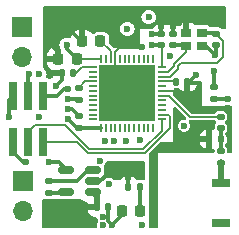
<source format=gbr>
%TF.GenerationSoftware,KiCad,Pcbnew,7.0.9*%
%TF.CreationDate,2024-03-10T22:23:52-07:00*%
%TF.ProjectId,P2.0,50322e30-2e6b-4696-9361-645f70636258,rev?*%
%TF.SameCoordinates,Original*%
%TF.FileFunction,Copper,L1,Top*%
%TF.FilePolarity,Positive*%
%FSLAX46Y46*%
G04 Gerber Fmt 4.6, Leading zero omitted, Abs format (unit mm)*
G04 Created by KiCad (PCBNEW 7.0.9) date 2024-03-10 22:23:52*
%MOMM*%
%LPD*%
G01*
G04 APERTURE LIST*
G04 Aperture macros list*
%AMRoundRect*
0 Rectangle with rounded corners*
0 $1 Rounding radius*
0 $2 $3 $4 $5 $6 $7 $8 $9 X,Y pos of 4 corners*
0 Add a 4 corners polygon primitive as box body*
4,1,4,$2,$3,$4,$5,$6,$7,$8,$9,$2,$3,0*
0 Add four circle primitives for the rounded corners*
1,1,$1+$1,$2,$3*
1,1,$1+$1,$4,$5*
1,1,$1+$1,$6,$7*
1,1,$1+$1,$8,$9*
0 Add four rect primitives between the rounded corners*
20,1,$1+$1,$2,$3,$4,$5,0*
20,1,$1+$1,$4,$5,$6,$7,0*
20,1,$1+$1,$6,$7,$8,$9,0*
20,1,$1+$1,$8,$9,$2,$3,0*%
G04 Aperture macros list end*
%TA.AperFunction,SMDPad,CuDef*%
%ADD10R,0.760000X2.400000*%
%TD*%
%TA.AperFunction,SMDPad,CuDef*%
%ADD11R,1.600000X0.800000*%
%TD*%
%TA.AperFunction,SMDPad,CuDef*%
%ADD12RoundRect,0.140000X0.140000X0.170000X-0.140000X0.170000X-0.140000X-0.170000X0.140000X-0.170000X0*%
%TD*%
%TA.AperFunction,SMDPad,CuDef*%
%ADD13RoundRect,0.135000X-0.135000X-0.185000X0.135000X-0.185000X0.135000X0.185000X-0.135000X0.185000X0*%
%TD*%
%TA.AperFunction,SMDPad,CuDef*%
%ADD14RoundRect,0.147500X-0.172500X0.147500X-0.172500X-0.147500X0.172500X-0.147500X0.172500X0.147500X0*%
%TD*%
%TA.AperFunction,SMDPad,CuDef*%
%ADD15RoundRect,0.150000X0.512500X0.150000X-0.512500X0.150000X-0.512500X-0.150000X0.512500X-0.150000X0*%
%TD*%
%TA.AperFunction,SMDPad,CuDef*%
%ADD16RoundRect,0.140000X0.170000X-0.140000X0.170000X0.140000X-0.170000X0.140000X-0.170000X-0.140000X0*%
%TD*%
%TA.AperFunction,ComponentPad*%
%ADD17O,1.700000X1.700000*%
%TD*%
%TA.AperFunction,ComponentPad*%
%ADD18R,1.700000X1.700000*%
%TD*%
%TA.AperFunction,SMDPad,CuDef*%
%ADD19R,0.850000X0.750000*%
%TD*%
%TA.AperFunction,SMDPad,CuDef*%
%ADD20RoundRect,0.140000X-0.170000X0.140000X-0.170000X-0.140000X0.170000X-0.140000X0.170000X0.140000X0*%
%TD*%
%TA.AperFunction,SMDPad,CuDef*%
%ADD21RoundRect,0.147500X-0.147500X-0.172500X0.147500X-0.172500X0.147500X0.172500X-0.147500X0.172500X0*%
%TD*%
%TA.AperFunction,SMDPad,CuDef*%
%ADD22RoundRect,0.225000X0.225000X0.250000X-0.225000X0.250000X-0.225000X-0.250000X0.225000X-0.250000X0*%
%TD*%
%TA.AperFunction,SMDPad,CuDef*%
%ADD23RoundRect,0.218750X-0.218750X-0.256250X0.218750X-0.256250X0.218750X0.256250X-0.218750X0.256250X0*%
%TD*%
%TA.AperFunction,SMDPad,CuDef*%
%ADD24R,0.762000X0.203200*%
%TD*%
%TA.AperFunction,SMDPad,CuDef*%
%ADD25R,0.203200X0.762000*%
%TD*%
%TA.AperFunction,SMDPad,CuDef*%
%ADD26R,4.699000X4.699000*%
%TD*%
%TA.AperFunction,SMDPad,CuDef*%
%ADD27RoundRect,0.135000X0.185000X-0.135000X0.185000X0.135000X-0.185000X0.135000X-0.185000X-0.135000X0*%
%TD*%
%TA.AperFunction,SMDPad,CuDef*%
%ADD28RoundRect,0.135000X-0.185000X0.135000X-0.185000X-0.135000X0.185000X-0.135000X0.185000X0.135000X0*%
%TD*%
%TA.AperFunction,ViaPad*%
%ADD29C,0.600000*%
%TD*%
%TA.AperFunction,ViaPad*%
%ADD30C,0.800000*%
%TD*%
%TA.AperFunction,Conductor*%
%ADD31C,0.300000*%
%TD*%
%TA.AperFunction,Conductor*%
%ADD32C,0.150000*%
%TD*%
%TA.AperFunction,Conductor*%
%ADD33C,0.500000*%
%TD*%
G04 APERTURE END LIST*
D10*
%TO.P,J2,4,Pin_4*%
%TO.N,SWDIO*%
X78250000Y-61500000D03*
%TO.P,J2,3,Pin_3*%
%TO.N,STAGE_3_OUT*%
X78250000Y-57600000D03*
%TO.P,J2,5,Pin_5*%
%TO.N,SWDCLK*%
X76980000Y-61500000D03*
%TO.P,J2,2,Pin_2*%
%TO.N,+3V3*%
X76980000Y-57600000D03*
%TO.P,J2,6,Pin_6*%
%TO.N,GND*%
X75710000Y-61500000D03*
%TO.P,J2,1,Pin_1*%
%TO.N,-3V3*%
X75710000Y-57600000D03*
%TD*%
D11*
%TO.P,AE1,2,PCB_Trace*%
%TO.N,unconnected-(AE1-PCB_Trace-Pad2)*%
X93300000Y-68362500D03*
%TO.P,AE1,1,FEED*%
%TO.N,Net-(AE1-FEED)*%
X93300000Y-64962500D03*
%TD*%
D12*
%TO.P,C11,1*%
%TO.N,GND*%
X83780000Y-67000000D03*
%TO.P,C11,2*%
%TO.N,-3V3*%
X82820000Y-67000000D03*
%TD*%
D13*
%TO.P,R18,1*%
%TO.N,+3V3*%
X85490000Y-65250000D03*
%TO.P,R18,2*%
%TO.N,Net-(D1-A)*%
X86510000Y-65250000D03*
%TD*%
D12*
%TO.P,C17,2*%
%TO.N,Net-(U5-DEC3)*%
X89520000Y-56400000D03*
%TO.P,C17,1*%
%TO.N,GND*%
X90480000Y-56400000D03*
%TD*%
D14*
%TO.P,L2,1,1*%
%TO.N,Net-(C15-Pad1)*%
X93300000Y-62262500D03*
%TO.P,L2,2,2*%
%TO.N,Net-(AE1-FEED)*%
X93300000Y-63232500D03*
%TD*%
D15*
%TO.P,U4,1,OUT*%
%TO.N,-3V3*%
X82500000Y-65750000D03*
%TO.P,U4,2,IN*%
%TO.N,+3V3*%
X82500000Y-64800000D03*
%TO.P,U4,3,CFLY-*%
%TO.N,Net-(U4-CFLY-)*%
X82500000Y-63850000D03*
%TO.P,U4,4,GND*%
%TO.N,GND*%
X80225000Y-63850000D03*
%TO.P,U4,5,CFLY+*%
%TO.N,Net-(U4-CFLY+)*%
X80225000Y-65750000D03*
%TD*%
D16*
%TO.P,C14,2*%
%TO.N,GND*%
X81300000Y-59300000D03*
%TO.P,C14,1*%
%TO.N,+3V3*%
X81300000Y-60260000D03*
%TD*%
D17*
%TO.P,J1,2,Pin_2*%
%TO.N,/EEG+*%
X76500000Y-54290000D03*
D18*
%TO.P,J1,1,Pin_1*%
%TO.N,/EEG-*%
X76500000Y-51750000D03*
%TD*%
D19*
%TO.P,Y1,4,4*%
%TO.N,GND*%
X90378999Y-52279001D03*
%TO.P,Y1,3,3*%
%TO.N,Net-(U5-XC1)*%
X91728999Y-52279001D03*
%TO.P,Y1,2,2*%
%TO.N,GND*%
X91728999Y-53329001D03*
%TO.P,Y1,1,1*%
%TO.N,Net-(U5-XC2)*%
X90378999Y-53329001D03*
%TD*%
D20*
%TO.P,C13,1*%
%TO.N,GND*%
X88278999Y-52319001D03*
%TO.P,C13,2*%
%TO.N,+3V3*%
X88278999Y-53279001D03*
%TD*%
D12*
%TO.P,C12,1*%
%TO.N,Net-(U5-DEC1)*%
X80805000Y-55650000D03*
%TO.P,C12,2*%
%TO.N,GND*%
X79845000Y-55650000D03*
%TD*%
D21*
%TO.P,L3,1,1*%
%TO.N,GND*%
X92330000Y-61250000D03*
%TO.P,L3,2,2*%
%TO.N,Net-(C15-Pad1)*%
X93300000Y-61250000D03*
%TD*%
D16*
%TO.P,C18,1*%
%TO.N,GND*%
X92878999Y-53279001D03*
%TO.P,C18,2*%
%TO.N,Net-(U5-XC1)*%
X92878999Y-52319001D03*
%TD*%
D22*
%TO.P,C19,1*%
%TO.N,Net-(U5-DEC4)*%
X83125000Y-52950000D03*
%TO.P,C19,2*%
%TO.N,GND*%
X81575000Y-52950000D03*
%TD*%
D20*
%TO.P,C16,1*%
%TO.N,GND*%
X89228999Y-52319001D03*
%TO.P,C16,2*%
%TO.N,Net-(U5-XC2)*%
X89228999Y-53279001D03*
%TD*%
D22*
%TO.P,C20,1*%
%TO.N,+3V3*%
X81100000Y-54450000D03*
%TO.P,C20,2*%
%TO.N,GND*%
X79550000Y-54450000D03*
%TD*%
D16*
%TO.P,C15,1*%
%TO.N,Net-(C15-Pad1)*%
X93300000Y-60300000D03*
%TO.P,C15,2*%
%TO.N,Net-(U5-ANT)*%
X93300000Y-59340000D03*
%TD*%
D23*
%TO.P,D1,1,K*%
%TO.N,GND*%
X84925000Y-67300000D03*
%TO.P,D1,2,A*%
%TO.N,Net-(D1-A)*%
X86500000Y-67300000D03*
%TD*%
D18*
%TO.P,BT1,1,+*%
%TO.N,Net-(BT1-+)*%
X76525000Y-64800000D03*
D17*
%TO.P,BT1,2,-*%
%TO.N,GND*%
X76525000Y-67340000D03*
%TD*%
D16*
%TO.P,C10,1*%
%TO.N,Net-(U4-CFLY+)*%
X78800000Y-65760000D03*
%TO.P,C10,2*%
%TO.N,Net-(U4-CFLY-)*%
X78800000Y-64800000D03*
%TD*%
D24*
%TO.P,U5,1,DEC1*%
%TO.N,Net-(U5-DEC1)*%
X82458000Y-55150000D03*
%TO.P,U5,2,P0.00/XL1*%
%TO.N,unconnected-(U5-P0.00{slash}XL1-Pad2)*%
X82458000Y-55550002D03*
%TO.P,U5,3,P0.01/XL2*%
%TO.N,unconnected-(U5-P0.01{slash}XL2-Pad3)*%
X82458000Y-55950001D03*
%TO.P,U5,4,P0.02/AIN0*%
%TO.N,Net-(U5-P0.02{slash}AIN0)*%
X82458000Y-56350000D03*
%TO.P,U5,5,P0.03/AIN1*%
%TO.N,unconnected-(U5-P0.03{slash}AIN1-Pad5)*%
X82458000Y-56750002D03*
%TO.P,U5,6,P0.04/AIN2*%
%TO.N,unconnected-(U5-P0.04{slash}AIN2-Pad6)*%
X82458000Y-57150001D03*
%TO.P,U5,7,P0.05/AIN3*%
%TO.N,unconnected-(U5-P0.05{slash}AIN3-Pad7)*%
X82458000Y-57550001D03*
%TO.P,U5,8,P0.06*%
%TO.N,unconnected-(U5-P0.06-Pad8)*%
X82458000Y-57950000D03*
%TO.P,U5,9,P0.07*%
%TO.N,unconnected-(U5-P0.07-Pad9)*%
X82458000Y-58350002D03*
%TO.P,U5,10,P0.08*%
%TO.N,unconnected-(U5-P0.08-Pad10)*%
X82458000Y-58750001D03*
%TO.P,U5,11,NFC1/P0.09*%
%TO.N,unconnected-(U5-NFC1{slash}P0.09-Pad11)*%
X82458000Y-59150000D03*
%TO.P,U5,12,NFC2/P0.10*%
%TO.N,unconnected-(U5-NFC2{slash}P0.10-Pad12)*%
X82458000Y-59550002D03*
D25*
%TO.P,U5,13,VDD*%
%TO.N,+3V3*%
X83178999Y-60271001D03*
%TO.P,U5,14,P0.11*%
%TO.N,unconnected-(U5-P0.11-Pad14)*%
X83579001Y-60271001D03*
%TO.P,U5,15,P0.12*%
%TO.N,unconnected-(U5-P0.12-Pad15)*%
X83979000Y-60271001D03*
%TO.P,U5,16,P0.13*%
%TO.N,unconnected-(U5-P0.13-Pad16)*%
X84378999Y-60271001D03*
%TO.P,U5,17,P0.14/TRACEDATA[3]*%
%TO.N,unconnected-(U5-P0.14{slash}TRACEDATA[3]-Pad17)*%
X84779001Y-60271001D03*
%TO.P,U5,18,P0.15/TRACEDATA[2]*%
%TO.N,unconnected-(U5-P0.15{slash}TRACEDATA[2]-Pad18)*%
X85179000Y-60271001D03*
%TO.P,U5,19,P0.16/TRACEDATA[1]*%
%TO.N,unconnected-(U5-P0.16{slash}TRACEDATA[1]-Pad19)*%
X85579000Y-60271001D03*
%TO.P,U5,20,P0.17*%
%TO.N,unconnected-(U5-P0.17-Pad20)*%
X85978999Y-60271001D03*
%TO.P,U5,21,P0.18/TRACEDATA[0]/SWO*%
%TO.N,unconnected-(U5-P0.18{slash}TRACEDATA[0]{slash}SWO-Pad21)*%
X86379001Y-60271001D03*
%TO.P,U5,22,P0.19*%
%TO.N,unconnected-(U5-P0.19-Pad22)*%
X86779000Y-60271001D03*
%TO.P,U5,23,P0.20/TRACECLK*%
%TO.N,unconnected-(U5-P0.20{slash}TRACECLK-Pad23)*%
X87178999Y-60271001D03*
%TO.P,U5,24,P0.21/Nreset*%
%TO.N,unconnected-(U5-P0.21{slash}Nreset-Pad24)*%
X87579001Y-60271001D03*
D24*
%TO.P,U5,25,SWDCLK*%
%TO.N,SWDCLK*%
X88300000Y-59550002D03*
%TO.P,U5,26,SWDIO*%
%TO.N,SWDIO*%
X88300000Y-59150000D03*
%TO.P,U5,27,P0.22*%
%TO.N,unconnected-(U5-P0.22-Pad27)*%
X88300000Y-58750001D03*
%TO.P,U5,28,P0.23*%
%TO.N,unconnected-(U5-P0.23-Pad28)*%
X88300000Y-58350002D03*
%TO.P,U5,29,P0.24*%
%TO.N,unconnected-(U5-P0.24-Pad29)*%
X88300000Y-57950000D03*
%TO.P,U5,30,ANT*%
%TO.N,Net-(U5-ANT)*%
X88300000Y-57550001D03*
%TO.P,U5,31,VSS*%
%TO.N,GND*%
X88300000Y-57150001D03*
%TO.P,U5,32,DEC2*%
%TO.N,unconnected-(U5-DEC2-Pad32)*%
X88300000Y-56750002D03*
%TO.P,U5,33,DEC3*%
%TO.N,Net-(U5-DEC3)*%
X88300000Y-56350000D03*
%TO.P,U5,34,XC1*%
%TO.N,Net-(U5-XC1)*%
X88300000Y-55950001D03*
%TO.P,U5,35,XC2*%
%TO.N,Net-(U5-XC2)*%
X88300000Y-55550002D03*
%TO.P,U5,36,VDD*%
%TO.N,+3V3*%
X88300000Y-55150000D03*
D25*
%TO.P,U5,37,P0.25*%
%TO.N,unconnected-(U5-P0.25-Pad37)*%
X87579001Y-54429001D03*
%TO.P,U5,38,P0.26*%
%TO.N,unconnected-(U5-P0.26-Pad38)*%
X87178999Y-54429001D03*
%TO.P,U5,39,P0.27*%
%TO.N,unconnected-(U5-P0.27-Pad39)*%
X86779000Y-54429001D03*
%TO.P,U5,40,P0.28/AIN4*%
%TO.N,unconnected-(U5-P0.28{slash}AIN4-Pad40)*%
X86379001Y-54429001D03*
%TO.P,U5,41,P0.29/AIN5*%
%TO.N,unconnected-(U5-P0.29{slash}AIN5-Pad41)*%
X85978999Y-54429001D03*
%TO.P,U5,42,P0.30/AIN6*%
%TO.N,unconnected-(U5-P0.30{slash}AIN6-Pad42)*%
X85579000Y-54429001D03*
%TO.P,U5,43,P0.31/AIN7*%
%TO.N,unconnected-(U5-P0.31{slash}AIN7-Pad43)*%
X85179000Y-54429001D03*
%TO.P,U5,44,NC*%
%TO.N,unconnected-(U5-NC-Pad44)*%
X84779001Y-54429001D03*
%TO.P,U5,45,VSS*%
%TO.N,GND*%
X84378999Y-54429001D03*
%TO.P,U5,46,DEC4*%
%TO.N,Net-(U5-DEC4)*%
X83979000Y-54429001D03*
%TO.P,U5,47,DCC*%
%TO.N,unconnected-(U5-DCC-Pad47)*%
X83579001Y-54429001D03*
%TO.P,U5,48,VDD*%
%TO.N,+3V3*%
X83178999Y-54429001D03*
D26*
%TO.P,U5,49,EPAD*%
%TO.N,GND*%
X85379000Y-57350001D03*
%TD*%
D27*
%TO.P,R20,1*%
%TO.N,STAGE_3_OUT*%
X81325000Y-57885000D03*
%TO.P,R20,2*%
%TO.N,Net-(U5-P0.02{slash}AIN0)*%
X81325000Y-56865000D03*
%TD*%
D28*
%TO.P,R13,1*%
%TO.N,Net-(U2-IN2-)*%
X92700000Y-56790000D03*
%TO.P,R13,2*%
%TO.N,Net-(C3-Pad2)*%
X92700000Y-57810000D03*
%TD*%
D29*
%TO.N,GND*%
X91200000Y-55800000D03*
X80400000Y-58700000D03*
%TO.N,+3V3*%
X80400000Y-59500000D03*
%TO.N,Net-(C5-Pad1)*%
X86500000Y-61300000D03*
%TO.N,+3V3*%
X90200000Y-60100000D03*
%TO.N,GND*%
X93900000Y-58600000D03*
%TO.N,Net-(C3-Pad2)*%
X93900000Y-57800000D03*
%TO.N,+3V3*%
X77950000Y-55750000D03*
X77050000Y-55750000D03*
%TO.N,GND*%
X79350000Y-56700000D03*
%TO.N,-3V3*%
X75400000Y-59400000D03*
%TO.N,Net-(U2-IN2-)*%
X92700000Y-55500000D03*
%TO.N,GND*%
X92350000Y-50850000D03*
%TO.N,Net-(C5-Pad1)*%
X87200000Y-50900000D03*
%TO.N,-3V3*%
X89050000Y-54200000D03*
%TO.N,GND*%
X89800000Y-51400000D03*
X86200000Y-51050000D03*
X83700000Y-51050000D03*
X81200000Y-51050000D03*
X79100000Y-51050000D03*
X83300000Y-68500000D03*
X83300000Y-67800000D03*
X83100000Y-63050000D03*
X83500000Y-61400000D03*
%TO.N,+3V3*%
X84300000Y-61400000D03*
%TO.N,GND*%
X85300000Y-61400000D03*
%TO.N,-3V3*%
X85400000Y-51900000D03*
%TO.N,GND*%
X78800000Y-63200000D03*
%TO.N,STAGE_3_OUT*%
X80400000Y-57025000D03*
X80400000Y-57875000D03*
%TO.N,GND*%
X79100000Y-53250000D03*
X86650000Y-53400000D03*
D30*
X91000000Y-61700000D03*
D29*
X87450000Y-52300000D03*
X83850000Y-65000000D03*
X88300000Y-50900000D03*
X77900000Y-59400000D03*
X90350000Y-50900000D03*
X92850000Y-54100000D03*
X84400000Y-51900000D03*
X89250000Y-50900000D03*
X76800000Y-63200000D03*
X84100000Y-68500000D03*
X80450000Y-51950000D03*
X86600000Y-68500000D03*
%TO.N,+3V3*%
X83900000Y-64000000D03*
X87450000Y-53300000D03*
X85200000Y-64000000D03*
X80250000Y-53250000D03*
%TO.N,-3V3*%
X80200000Y-68300000D03*
X78700000Y-68300000D03*
%TD*%
D31*
%TO.N,Net-(C15-Pad1)*%
X93300000Y-61250000D02*
X93300000Y-62262500D01*
X93300000Y-60300000D02*
X93300000Y-61250000D01*
D32*
%TO.N,Net-(U5-DEC3)*%
X89470000Y-56350000D02*
X89520000Y-56400000D01*
X88300000Y-56350000D02*
X89470000Y-56350000D01*
D31*
%TO.N,GND*%
X90600000Y-56400000D02*
X91200000Y-55800000D01*
X90480000Y-56400000D02*
X90600000Y-56400000D01*
%TO.N,Net-(C3-Pad2)*%
X93890000Y-57810000D02*
X93900000Y-57800000D01*
X92700000Y-57810000D02*
X93890000Y-57810000D01*
%TO.N,+3V3*%
X81160000Y-60260000D02*
X81300000Y-60260000D01*
X80400000Y-59500000D02*
X81160000Y-60260000D01*
%TO.N,GND*%
X80700000Y-58700000D02*
X81300000Y-59300000D01*
X80400000Y-58700000D02*
X80700000Y-58700000D01*
D32*
%TO.N,SWDIO*%
X88850000Y-59150000D02*
X88300000Y-59150000D01*
X89000000Y-60311975D02*
X89000000Y-59300000D01*
X89000000Y-59300000D02*
X88850000Y-59150000D01*
X82030025Y-62425000D02*
X86886975Y-62425000D01*
X86886975Y-62425000D02*
X89000000Y-60311975D01*
X81105026Y-61500000D02*
X82030025Y-62425000D01*
X78250000Y-61500000D02*
X81105026Y-61500000D01*
%TO.N,SWDCLK*%
X86742001Y-62075000D02*
X88300000Y-60517001D01*
X88300000Y-60517001D02*
X88300000Y-59550002D01*
X82175000Y-62075000D02*
X86742001Y-62075000D01*
X77595000Y-60025000D02*
X80125000Y-60025000D01*
X76980000Y-60640000D02*
X77595000Y-60025000D01*
X80125000Y-60025000D02*
X82175000Y-62075000D01*
X76980000Y-61500000D02*
X76980000Y-60640000D01*
%TO.N,GND*%
X88300000Y-57150001D02*
X89450000Y-57150000D01*
%TO.N,Net-(U5-ANT)*%
X90702600Y-59340000D02*
X93300000Y-59340000D01*
X88912601Y-57550001D02*
X90702600Y-59340000D01*
X88300000Y-57550001D02*
X88912601Y-57550001D01*
D31*
%TO.N,Net-(U2-IN2-)*%
X92700000Y-56790000D02*
X92700000Y-55500000D01*
%TO.N,+3V3*%
X76980000Y-55820000D02*
X77050000Y-55750000D01*
X76980000Y-57600000D02*
X76980000Y-55820000D01*
%TO.N,GND*%
X76590000Y-63200000D02*
X76800000Y-63200000D01*
X75710000Y-62320000D02*
X76590000Y-63200000D01*
X75710000Y-61500000D02*
X75710000Y-62320000D01*
%TO.N,-3V3*%
X75400000Y-57910000D02*
X75710000Y-57600000D01*
X75400000Y-59400000D02*
X75400000Y-57910000D01*
%TO.N,GND*%
X79845000Y-55650000D02*
X79845000Y-56205000D01*
X79845000Y-56205000D02*
X79350000Y-56700000D01*
%TO.N,STAGE_3_OUT*%
X79440000Y-57600000D02*
X78250000Y-57600000D01*
D32*
%TO.N,Net-(U5-XC2)*%
X89335000Y-54859246D02*
X90378999Y-53815247D01*
X89335000Y-55065000D02*
X89335000Y-54859246D01*
X88849998Y-55550002D02*
X89335000Y-55065000D01*
X90378999Y-53815247D02*
X90378999Y-53329001D01*
X88300000Y-55550002D02*
X88849998Y-55550002D01*
D31*
%TO.N,Net-(U5-XC1)*%
X92838999Y-52279001D02*
X92878999Y-52319001D01*
X91728999Y-52279001D02*
X92838999Y-52279001D01*
%TO.N,GND*%
X83780000Y-68180000D02*
X84100000Y-68500000D01*
X83780000Y-67000000D02*
X83780000Y-68180000D01*
%TO.N,+3V3*%
X83078402Y-60330000D02*
X83137401Y-60271001D01*
X81300000Y-60330000D02*
X83078402Y-60330000D01*
X80250000Y-53600000D02*
X81100000Y-54450000D01*
X80250000Y-53250000D02*
X80250000Y-53600000D01*
%TO.N,GND*%
X79575000Y-63200000D02*
X80225000Y-63850000D01*
X78800000Y-63200000D02*
X79575000Y-63200000D01*
D32*
%TO.N,Net-(U5-P0.02{slash}AIN0)*%
X81840000Y-56350000D02*
X81325000Y-56865000D01*
X82458000Y-56350000D02*
X81840000Y-56350000D01*
D31*
%TO.N,STAGE_3_OUT*%
X81315000Y-57875000D02*
X81325000Y-57885000D01*
X80400000Y-57875000D02*
X81315000Y-57875000D01*
X80015000Y-57025000D02*
X79440000Y-57600000D01*
X80400000Y-57025000D02*
X80015000Y-57025000D01*
D33*
%TO.N,GND*%
X79550000Y-53700000D02*
X79100000Y-53250000D01*
X79550000Y-54450000D02*
X79550000Y-53700000D01*
D31*
%TO.N,+3V3*%
X83100000Y-64800000D02*
X83900000Y-64000000D01*
X82500000Y-64800000D02*
X83100000Y-64800000D01*
%TO.N,GND*%
X84925000Y-67675000D02*
X84100000Y-68500000D01*
X84925000Y-67300000D02*
X84925000Y-67675000D01*
%TO.N,Net-(D1-A)*%
X86510000Y-67290000D02*
X86500000Y-67300000D01*
X86510000Y-65250000D02*
X86510000Y-67290000D01*
%TO.N,+3V3*%
X85490000Y-64290000D02*
X85200000Y-64000000D01*
X85490000Y-65250000D02*
X85490000Y-64290000D01*
%TO.N,Net-(U4-CFLY-)*%
X81126238Y-64800000D02*
X82076238Y-63850000D01*
X82076238Y-63850000D02*
X82500000Y-63850000D01*
X78800000Y-64800000D02*
X81126238Y-64800000D01*
%TO.N,Net-(U4-CFLY+)*%
X80215000Y-65760000D02*
X80225000Y-65750000D01*
X78800000Y-65760000D02*
X80215000Y-65760000D01*
D33*
%TO.N,Net-(AE1-FEED)*%
X93300000Y-63185000D02*
X93300000Y-64962500D01*
D31*
%TO.N,GND*%
X89228999Y-52319001D02*
X89228999Y-50921001D01*
X88278999Y-50921001D02*
X88300000Y-50900000D01*
X90378999Y-52279001D02*
X90378999Y-50928999D01*
D32*
X84845402Y-53350000D02*
X85300000Y-53350000D01*
D31*
X92878999Y-54071001D02*
X92850000Y-54100000D01*
X91728999Y-53329001D02*
X92079001Y-53329001D01*
D32*
X84378999Y-53816403D02*
X84845402Y-53350000D01*
X84378999Y-54429001D02*
X84378999Y-56350000D01*
D31*
X81450000Y-52950000D02*
X80450000Y-51950000D01*
X81575000Y-52950000D02*
X81450000Y-52950000D01*
X87469001Y-52319001D02*
X87450000Y-52300000D01*
D32*
X84378999Y-56350000D02*
X85379000Y-57350001D01*
D31*
X89228999Y-50921001D02*
X89250000Y-50900000D01*
X92079001Y-53329001D02*
X92850000Y-54100000D01*
D32*
X84378999Y-54429001D02*
X84378999Y-53816403D01*
D31*
X88278999Y-52319001D02*
X88278999Y-50921001D01*
X88278999Y-52319001D02*
X87469001Y-52319001D01*
X92878999Y-53279001D02*
X92878999Y-54071001D01*
X90378999Y-50928999D02*
X90350000Y-50900000D01*
D32*
%TO.N,+3V3*%
X81100000Y-54450000D02*
X83158000Y-54450000D01*
X83158000Y-54450000D02*
X83178999Y-54429001D01*
D31*
X88278999Y-53279001D02*
X87470999Y-53279001D01*
X87470999Y-53279001D02*
X87450000Y-53300000D01*
D32*
X88300000Y-53300002D02*
X88278999Y-53279001D01*
X88278999Y-55128999D02*
X88300000Y-55150000D01*
X88300000Y-55150000D02*
X88300000Y-53300002D01*
D33*
%TO.N,-3V3*%
X82820000Y-66070000D02*
X82500000Y-65750000D01*
X82820000Y-67000000D02*
X82820000Y-66070000D01*
D32*
%TO.N,Net-(U5-DEC1)*%
X82458000Y-55150000D02*
X81588342Y-55150000D01*
X81088342Y-55650000D02*
X80805000Y-55650000D01*
X81588342Y-55150000D02*
X81088342Y-55650000D01*
D31*
%TO.N,Net-(U5-XC2)*%
X89228999Y-53279001D02*
X90328999Y-53279001D01*
X90328999Y-53279001D02*
X90378999Y-53329001D01*
D32*
%TO.N,Net-(U5-XC1)*%
X89685000Y-55265000D02*
X88999999Y-55950001D01*
X93463999Y-52904001D02*
X93463999Y-54299174D01*
X93463999Y-54299174D02*
X92998173Y-54765000D01*
X92878999Y-52319001D02*
X93463999Y-52904001D01*
X89685000Y-55004220D02*
X89685000Y-55265000D01*
X92998173Y-54765000D02*
X89924220Y-54765000D01*
X88999999Y-55950001D02*
X88300000Y-55950001D01*
X89924220Y-54765000D02*
X89685000Y-55004220D01*
%TO.N,Net-(U5-DEC4)*%
X83125000Y-52950000D02*
X83979000Y-53804000D01*
X83979000Y-53804000D02*
X83979000Y-54429001D01*
%TD*%
%TA.AperFunction,Conductor*%
%TO.N,GND*%
G36*
X93693039Y-49969685D02*
G01*
X93738794Y-50022489D01*
X93750000Y-50074000D01*
X93750000Y-51826000D01*
X93730315Y-51893039D01*
X93677511Y-51938794D01*
X93626000Y-51950000D01*
X93490065Y-51950000D01*
X93423026Y-51930315D01*
X93390295Y-51899633D01*
X93364000Y-51864004D01*
X93363992Y-51863996D01*
X93257157Y-51785149D01*
X93257156Y-51785148D01*
X93131825Y-51741292D01*
X93131813Y-51741290D01*
X93102069Y-51738501D01*
X93102065Y-51738501D01*
X92655933Y-51738501D01*
X92655929Y-51738501D01*
X92626184Y-51741290D01*
X92626172Y-51741292D01*
X92543898Y-51770082D01*
X92474119Y-51773644D01*
X92413492Y-51738916D01*
X92411781Y-51736812D01*
X92326764Y-51651795D01*
X92223991Y-51606416D01*
X92198867Y-51603501D01*
X91265695Y-51603501D01*
X91198656Y-51583816D01*
X91166430Y-51553814D01*
X91161188Y-51546812D01*
X91161186Y-51546810D01*
X91046092Y-51460650D01*
X91046085Y-51460646D01*
X90911378Y-51410404D01*
X90911371Y-51410402D01*
X90851843Y-51404001D01*
X90628999Y-51404001D01*
X90628999Y-51950000D01*
X90128999Y-51950000D01*
X90128999Y-51404001D01*
X89906154Y-51404001D01*
X89846626Y-51410402D01*
X89846619Y-51410404D01*
X89711912Y-51460646D01*
X89711909Y-51460648D01*
X89624000Y-51526457D01*
X89558535Y-51550874D01*
X89515096Y-51546267D01*
X89499916Y-51541857D01*
X89499907Y-51541855D01*
X89478999Y-51540210D01*
X89478999Y-51950000D01*
X88978999Y-51950000D01*
X88978999Y-51540211D01*
X88978998Y-51540210D01*
X88958086Y-51541855D01*
X88958080Y-51541856D01*
X88795313Y-51589145D01*
X88794924Y-51587806D01*
X88733893Y-51595335D01*
X88712694Y-51589110D01*
X88712685Y-51589145D01*
X88549917Y-51541856D01*
X88549911Y-51541855D01*
X88528999Y-51540210D01*
X88528999Y-51950000D01*
X88028999Y-51950000D01*
X88028999Y-51540211D01*
X88028998Y-51540210D01*
X88008086Y-51541855D01*
X88008080Y-51541856D01*
X87852808Y-51586967D01*
X87852803Y-51586969D01*
X87713624Y-51669279D01*
X87713615Y-51669286D01*
X87599284Y-51783617D01*
X87599277Y-51783626D01*
X87536888Y-51889121D01*
X87485819Y-51936805D01*
X87430156Y-51950000D01*
X86450000Y-51950000D01*
X86450000Y-53476000D01*
X86430315Y-53543039D01*
X86377511Y-53588794D01*
X86326000Y-53600000D01*
X84732598Y-53600000D01*
X84689264Y-53592182D01*
X84587975Y-53554403D01*
X84587971Y-53554402D01*
X84528443Y-53548001D01*
X84305401Y-53548001D01*
X84238362Y-53528316D01*
X84217720Y-53511682D01*
X83911819Y-53205781D01*
X83878334Y-53144458D01*
X83875500Y-53118100D01*
X83875500Y-52658862D01*
X83875500Y-52658856D01*
X83865359Y-52574410D01*
X83812364Y-52440025D01*
X83812363Y-52440024D01*
X83812363Y-52440023D01*
X83725078Y-52324921D01*
X83609976Y-52237636D01*
X83475588Y-52184640D01*
X83432242Y-52179435D01*
X83391144Y-52174500D01*
X82858856Y-52174500D01*
X82820841Y-52179065D01*
X82774411Y-52184640D01*
X82640023Y-52237636D01*
X82562545Y-52296390D01*
X82497233Y-52321213D01*
X82428869Y-52306785D01*
X82382082Y-52262684D01*
X82372573Y-52247268D01*
X82252732Y-52127427D01*
X82252728Y-52127424D01*
X82108492Y-52038457D01*
X82108481Y-52038452D01*
X81947606Y-51985144D01*
X81848322Y-51975000D01*
X81825000Y-51975000D01*
X81825000Y-53076000D01*
X81805315Y-53143039D01*
X81752511Y-53188794D01*
X81701000Y-53200000D01*
X81449000Y-53200000D01*
X81381961Y-53180315D01*
X81336206Y-53127511D01*
X81325000Y-53076000D01*
X81325000Y-51974999D01*
X81301693Y-51975000D01*
X81301674Y-51975001D01*
X81202392Y-51985144D01*
X81041518Y-52038452D01*
X81041507Y-52038457D01*
X80897271Y-52127424D01*
X80897267Y-52127427D01*
X80777427Y-52247267D01*
X80777424Y-52247271D01*
X80688457Y-52391507D01*
X80688452Y-52391518D01*
X80635143Y-52552393D01*
X80631767Y-52585446D01*
X80605370Y-52650138D01*
X80548189Y-52690289D01*
X80478378Y-52693152D01*
X80460957Y-52687404D01*
X80406765Y-52664957D01*
X80406760Y-52664955D01*
X80250001Y-52644318D01*
X80249999Y-52644318D01*
X80093239Y-52664955D01*
X80093237Y-52664956D01*
X79947160Y-52725463D01*
X79821718Y-52821718D01*
X79725463Y-52947160D01*
X79664956Y-53093237D01*
X79664955Y-53093239D01*
X79644318Y-53249998D01*
X79644318Y-53250001D01*
X79664955Y-53406760D01*
X79664957Y-53406765D01*
X79725461Y-53552836D01*
X79725461Y-53552837D01*
X79725463Y-53552840D01*
X79725464Y-53552841D01*
X79774377Y-53616586D01*
X79799570Y-53681752D01*
X79800000Y-53692070D01*
X79800000Y-54576000D01*
X79780315Y-54643039D01*
X79727511Y-54688794D01*
X79676000Y-54700000D01*
X78600001Y-54700000D01*
X78600001Y-54748322D01*
X78610144Y-54847607D01*
X78663452Y-55008481D01*
X78663457Y-55008492D01*
X78752424Y-55152728D01*
X78752427Y-55152732D01*
X78872267Y-55272572D01*
X78872271Y-55272575D01*
X79016507Y-55361542D01*
X79019274Y-55362832D01*
X79057934Y-55391047D01*
X79066210Y-55400000D01*
X79971000Y-55400000D01*
X80038039Y-55419685D01*
X80083794Y-55472489D01*
X80095000Y-55524000D01*
X80095000Y-55776000D01*
X80075315Y-55843039D01*
X80022511Y-55888794D01*
X79971000Y-55900000D01*
X79066210Y-55900000D01*
X79067854Y-55920910D01*
X79073809Y-55941406D01*
X79073608Y-56011276D01*
X79035666Y-56069945D01*
X78972027Y-56098788D01*
X78954732Y-56100000D01*
X78682766Y-56100000D01*
X78675616Y-56099587D01*
X78674870Y-56099500D01*
X78674865Y-56099500D01*
X78640788Y-56099500D01*
X78573749Y-56079815D01*
X78527994Y-56027011D01*
X78518050Y-55957853D01*
X78526227Y-55928047D01*
X78535044Y-55906762D01*
X78555682Y-55750000D01*
X78535044Y-55593238D01*
X78474536Y-55447159D01*
X78378282Y-55321718D01*
X78378280Y-55321717D01*
X78378280Y-55321716D01*
X78348511Y-55298873D01*
X78307310Y-55242444D01*
X78300000Y-55200499D01*
X78300000Y-54200000D01*
X78600000Y-54200000D01*
X79300000Y-54200000D01*
X79300000Y-53474999D01*
X79276693Y-53475000D01*
X79276674Y-53475001D01*
X79177392Y-53485144D01*
X79016518Y-53538452D01*
X79016507Y-53538457D01*
X78872271Y-53627424D01*
X78872267Y-53627427D01*
X78752427Y-53747267D01*
X78752424Y-53747271D01*
X78663457Y-53891507D01*
X78663452Y-53891518D01*
X78610144Y-54052393D01*
X78600000Y-54151677D01*
X78600000Y-54200000D01*
X78300000Y-54200000D01*
X78300000Y-51900001D01*
X84794318Y-51900001D01*
X84814955Y-52056760D01*
X84814956Y-52056762D01*
X84875464Y-52202841D01*
X84971718Y-52328282D01*
X85097159Y-52424536D01*
X85243238Y-52485044D01*
X85321619Y-52495363D01*
X85399999Y-52505682D01*
X85400000Y-52505682D01*
X85400001Y-52505682D01*
X85452254Y-52498802D01*
X85556762Y-52485044D01*
X85702841Y-52424536D01*
X85828282Y-52328282D01*
X85924536Y-52202841D01*
X85985044Y-52056762D01*
X86005682Y-51900000D01*
X85985044Y-51743238D01*
X85924536Y-51597159D01*
X85828282Y-51471718D01*
X85702841Y-51375464D01*
X85556762Y-51314956D01*
X85556760Y-51314955D01*
X85400001Y-51294318D01*
X85399999Y-51294318D01*
X85243239Y-51314955D01*
X85243237Y-51314956D01*
X85097160Y-51375463D01*
X84971718Y-51471718D01*
X84875463Y-51597160D01*
X84814956Y-51743237D01*
X84814955Y-51743239D01*
X84794318Y-51899998D01*
X84794318Y-51900001D01*
X78300000Y-51900001D01*
X78300000Y-50900001D01*
X86594318Y-50900001D01*
X86614955Y-51056760D01*
X86614956Y-51056762D01*
X86675464Y-51202841D01*
X86771718Y-51328282D01*
X86897159Y-51424536D01*
X87043238Y-51485044D01*
X87121619Y-51495363D01*
X87199999Y-51505682D01*
X87200000Y-51505682D01*
X87200001Y-51505682D01*
X87252254Y-51498802D01*
X87356762Y-51485044D01*
X87502841Y-51424536D01*
X87628282Y-51328282D01*
X87724536Y-51202841D01*
X87785044Y-51056762D01*
X87805682Y-50900000D01*
X87785044Y-50743238D01*
X87724536Y-50597159D01*
X87628282Y-50471718D01*
X87502841Y-50375464D01*
X87356762Y-50314956D01*
X87356760Y-50314955D01*
X87200001Y-50294318D01*
X87199999Y-50294318D01*
X87043239Y-50314955D01*
X87043237Y-50314956D01*
X86897160Y-50375463D01*
X86771718Y-50471718D01*
X86675463Y-50597160D01*
X86614956Y-50743237D01*
X86614955Y-50743239D01*
X86594318Y-50899998D01*
X86594318Y-50900001D01*
X78300000Y-50900001D01*
X78300000Y-50074000D01*
X78319685Y-50006961D01*
X78372489Y-49961206D01*
X78424000Y-49950000D01*
X93626000Y-49950000D01*
X93693039Y-49969685D01*
G37*
%TD.AperFunction*%
%TD*%
%TA.AperFunction,Conductor*%
%TO.N,-3V3*%
G36*
X81483937Y-66319685D02*
G01*
X81504579Y-66336319D01*
X81585938Y-66417678D01*
X81585947Y-66417685D01*
X81727303Y-66501282D01*
X81727306Y-66501283D01*
X81885004Y-66547099D01*
X81885010Y-66547100D01*
X81921856Y-66550000D01*
X81929732Y-66550000D01*
X81996771Y-66569685D01*
X82042526Y-66622489D01*
X82052470Y-66691647D01*
X82048808Y-66708596D01*
X82042855Y-66729084D01*
X82042854Y-66729087D01*
X82041209Y-66749999D01*
X82041210Y-66750000D01*
X82900000Y-66750000D01*
X82900000Y-67250000D01*
X82041210Y-67250000D01*
X82042854Y-67270910D01*
X82087968Y-67426195D01*
X82170278Y-67565374D01*
X82170285Y-67565383D01*
X82284616Y-67679714D01*
X82284625Y-67679721D01*
X82423803Y-67762030D01*
X82579090Y-67807145D01*
X82615360Y-67810000D01*
X82688341Y-67809999D01*
X82755381Y-67829683D01*
X82801137Y-67882486D01*
X82811081Y-67916350D01*
X82814834Y-67942454D01*
X82814835Y-67942457D01*
X82874623Y-68073373D01*
X82874627Y-68073378D01*
X82879418Y-68080833D01*
X82876547Y-68082677D01*
X82898736Y-68131251D01*
X82900000Y-68148909D01*
X82900000Y-68151090D01*
X82880315Y-68218129D01*
X82878681Y-68220311D01*
X82874622Y-68226628D01*
X82814834Y-68357543D01*
X82794353Y-68500000D01*
X82816097Y-68651235D01*
X82814279Y-68651496D01*
X82814278Y-68710438D01*
X82776502Y-68769215D01*
X82712945Y-68798238D01*
X82695302Y-68799500D01*
X78324000Y-68799500D01*
X78256961Y-68779815D01*
X78211206Y-68727011D01*
X78200000Y-68675500D01*
X78200000Y-66424000D01*
X78219685Y-66356961D01*
X78272489Y-66311206D01*
X78324000Y-66300000D01*
X81416898Y-66300000D01*
X81483937Y-66319685D01*
G37*
%TD.AperFunction*%
%TD*%
%TA.AperFunction,Conductor*%
%TO.N,+3V3*%
G36*
X86843039Y-63119685D02*
G01*
X86888794Y-63172489D01*
X86900000Y-63224000D01*
X86900000Y-64576000D01*
X86880315Y-64643039D01*
X86827511Y-64688794D01*
X86776000Y-64700000D01*
X86209387Y-64700000D01*
X86142348Y-64680315D01*
X86121705Y-64663681D01*
X86017290Y-64559265D01*
X86017285Y-64559261D01*
X85879191Y-64477593D01*
X85879188Y-64477591D01*
X85740001Y-64437153D01*
X85740000Y-64437154D01*
X85740000Y-64700000D01*
X85240000Y-64700000D01*
X85240000Y-64437154D01*
X85239998Y-64437153D01*
X85100811Y-64477591D01*
X85100808Y-64477593D01*
X84962714Y-64559261D01*
X84962709Y-64559265D01*
X84858295Y-64663681D01*
X84796972Y-64697166D01*
X84770613Y-64700000D01*
X84308934Y-64700000D01*
X84241895Y-64680315D01*
X84215221Y-64657203D01*
X84202948Y-64643039D01*
X84181128Y-64617857D01*
X84060053Y-64540047D01*
X84060051Y-64540046D01*
X84060049Y-64540045D01*
X84060050Y-64540045D01*
X83921963Y-64499500D01*
X83921961Y-64499500D01*
X83778039Y-64499500D01*
X83778034Y-64499500D01*
X83775365Y-64500284D01*
X83772585Y-64500283D01*
X83769259Y-64500762D01*
X83769190Y-64500283D01*
X83705496Y-64500278D01*
X83646720Y-64462499D01*
X83621363Y-64415898D01*
X83613781Y-64389801D01*
X83530185Y-64248447D01*
X83530178Y-64248438D01*
X83436319Y-64154579D01*
X83402834Y-64093256D01*
X83400000Y-64066898D01*
X83400000Y-63514315D01*
X83419685Y-63447276D01*
X83430287Y-63433112D01*
X83431124Y-63432144D01*
X83431128Y-63432143D01*
X83525377Y-63323373D01*
X83585165Y-63192457D01*
X83585165Y-63192455D01*
X83585166Y-63192454D01*
X83586162Y-63189063D01*
X83588072Y-63186090D01*
X83588849Y-63184390D01*
X83589093Y-63184501D01*
X83623937Y-63130285D01*
X83687493Y-63101262D01*
X83705138Y-63100000D01*
X86776000Y-63100000D01*
X86843039Y-63119685D01*
G37*
%TD.AperFunction*%
%TD*%
%TA.AperFunction,Conductor*%
%TO.N,GND*%
G36*
X89505203Y-58532665D02*
G01*
X89511681Y-58538697D01*
X90360803Y-59387819D01*
X90394288Y-59449142D01*
X90389304Y-59518834D01*
X90347432Y-59574767D01*
X90281968Y-59599184D01*
X90273122Y-59599500D01*
X90128036Y-59599500D01*
X89989949Y-59640045D01*
X89868873Y-59717856D01*
X89774623Y-59826626D01*
X89774622Y-59826628D01*
X89714834Y-59957543D01*
X89694353Y-60100000D01*
X89714834Y-60242456D01*
X89762514Y-60346859D01*
X89774623Y-60373373D01*
X89868872Y-60482143D01*
X89989947Y-60559953D01*
X89989950Y-60559954D01*
X89989949Y-60559954D01*
X90128036Y-60600499D01*
X90128038Y-60600500D01*
X90128039Y-60600500D01*
X90271962Y-60600500D01*
X90271962Y-60600499D01*
X90403722Y-60561812D01*
X90410050Y-60559954D01*
X90410050Y-60559953D01*
X90410053Y-60559953D01*
X90531128Y-60482143D01*
X90625377Y-60373373D01*
X90685165Y-60242457D01*
X90705647Y-60100000D01*
X90685165Y-59957543D01*
X90625377Y-59826627D01*
X90625374Y-59826623D01*
X90624357Y-59825449D01*
X90623711Y-59824036D01*
X90620582Y-59819166D01*
X90621282Y-59818715D01*
X90595333Y-59761893D01*
X90605277Y-59692735D01*
X90651033Y-59639932D01*
X90693883Y-59622630D01*
X90702598Y-59620896D01*
X90702600Y-59620897D01*
X90717758Y-59617881D01*
X90741944Y-59615500D01*
X92738488Y-59615500D01*
X92805527Y-59635185D01*
X92837379Y-59671651D01*
X92840553Y-59669429D01*
X92846775Y-59678315D01*
X92900779Y-59732319D01*
X92934264Y-59793642D01*
X92929280Y-59863334D01*
X92900779Y-59907681D01*
X92846776Y-59961683D01*
X92796027Y-60070514D01*
X92789500Y-60120098D01*
X92789500Y-60328718D01*
X92769815Y-60395757D01*
X92717011Y-60441512D01*
X92647853Y-60451456D01*
X92630905Y-60447795D01*
X92580000Y-60433006D01*
X92580000Y-62066991D01*
X92620905Y-62055108D01*
X92690775Y-62055308D01*
X92749445Y-62093251D01*
X92778288Y-62156889D01*
X92779500Y-62174185D01*
X92779500Y-62263500D01*
X92759815Y-62330539D01*
X92707011Y-62376294D01*
X92655500Y-62387500D01*
X88000000Y-62387500D01*
X88000000Y-68675500D01*
X87980315Y-68742539D01*
X87927511Y-68788294D01*
X87876000Y-68799500D01*
X87324000Y-68799500D01*
X87256961Y-68779815D01*
X87211206Y-68727011D01*
X87200000Y-68675500D01*
X87200000Y-62552952D01*
X87219685Y-62485913D01*
X87236319Y-62465271D01*
X88201590Y-61500000D01*
X91535954Y-61500000D01*
X91537889Y-61524597D01*
X91583529Y-61681692D01*
X91583531Y-61681697D01*
X91666806Y-61822508D01*
X91666812Y-61822516D01*
X91782483Y-61938187D01*
X91782491Y-61938193D01*
X91923302Y-62021468D01*
X92080000Y-62066992D01*
X92080000Y-61500000D01*
X91535954Y-61500000D01*
X88201590Y-61500000D01*
X88215271Y-61486319D01*
X88276594Y-61452834D01*
X88302952Y-61450000D01*
X89300000Y-61450000D01*
X89300000Y-61000000D01*
X91535953Y-61000000D01*
X92080000Y-61000000D01*
X92080000Y-60433006D01*
X92079998Y-60433005D01*
X91923307Y-60478528D01*
X91923304Y-60478530D01*
X91782491Y-60561806D01*
X91782483Y-60561812D01*
X91666812Y-60677483D01*
X91666806Y-60677491D01*
X91583531Y-60818302D01*
X91583529Y-60818307D01*
X91537890Y-60975396D01*
X91537888Y-60975408D01*
X91535953Y-61000000D01*
X89300000Y-61000000D01*
X89300000Y-58626378D01*
X89319685Y-58559339D01*
X89372489Y-58513584D01*
X89441647Y-58503640D01*
X89505203Y-58532665D01*
G37*
%TD.AperFunction*%
%TA.AperFunction,Conductor*%
G36*
X91643039Y-56319685D02*
G01*
X91688794Y-56372489D01*
X91700000Y-56424000D01*
X91700000Y-58450000D01*
X94175500Y-58450000D01*
X94242539Y-58469685D01*
X94288294Y-58522489D01*
X94299500Y-58574000D01*
X94299500Y-62263500D01*
X94279815Y-62330539D01*
X94227011Y-62376294D01*
X94175500Y-62387500D01*
X93944500Y-62387500D01*
X93877461Y-62367815D01*
X93831706Y-62315011D01*
X93820500Y-62263500D01*
X93820500Y-62081977D01*
X93820500Y-62081972D01*
X93810645Y-62014330D01*
X93759636Y-61909989D01*
X93759634Y-61909987D01*
X93759634Y-61909986D01*
X93693579Y-61843931D01*
X93660094Y-61782608D01*
X93665078Y-61712916D01*
X93693579Y-61668569D01*
X93734634Y-61627513D01*
X93734636Y-61627511D01*
X93785645Y-61523170D01*
X93795500Y-61455528D01*
X93795500Y-61044472D01*
X93785645Y-60976830D01*
X93734636Y-60872489D01*
X93734634Y-60872487D01*
X93734634Y-60872486D01*
X93714525Y-60852377D01*
X93681040Y-60791054D01*
X93686024Y-60721362D01*
X93714525Y-60677015D01*
X93720777Y-60670763D01*
X93753224Y-60638316D01*
X93803972Y-60529487D01*
X93810500Y-60479901D01*
X93810499Y-60120100D01*
X93803972Y-60070513D01*
X93753224Y-59961684D01*
X93699221Y-59907681D01*
X93665736Y-59846358D01*
X93670720Y-59776666D01*
X93699221Y-59732319D01*
X93724805Y-59706735D01*
X93753224Y-59678316D01*
X93803972Y-59569487D01*
X93810500Y-59519901D01*
X93810499Y-59160100D01*
X93803972Y-59110513D01*
X93753224Y-59001684D01*
X93668316Y-58916776D01*
X93559487Y-58866028D01*
X93559485Y-58866027D01*
X93559486Y-58866027D01*
X93509901Y-58859500D01*
X93090105Y-58859500D01*
X93074386Y-58861569D01*
X93040513Y-58866028D01*
X93040511Y-58866029D01*
X93040509Y-58866029D01*
X92931683Y-58916776D01*
X92846775Y-59001684D01*
X92840553Y-59010571D01*
X92837312Y-59008302D01*
X92804700Y-59045343D01*
X92738488Y-59064500D01*
X90868078Y-59064500D01*
X90801039Y-59044815D01*
X90780397Y-59028181D01*
X89336319Y-57584103D01*
X89302834Y-57522780D01*
X89300000Y-57496422D01*
X89300000Y-57034499D01*
X89319685Y-56967460D01*
X89372489Y-56921705D01*
X89423996Y-56910499D01*
X89699900Y-56910499D01*
X89709534Y-56909230D01*
X89778565Y-56919994D01*
X89824038Y-56960351D01*
X89825502Y-56959217D01*
X89830283Y-56965381D01*
X89944616Y-57079714D01*
X89944625Y-57079721D01*
X90083804Y-57162031D01*
X90230000Y-57204504D01*
X90230000Y-56650000D01*
X90730000Y-56650000D01*
X90730000Y-57204503D01*
X90876195Y-57162031D01*
X91015374Y-57079721D01*
X91015383Y-57079714D01*
X91129714Y-56965383D01*
X91129721Y-56965374D01*
X91212031Y-56826195D01*
X91212033Y-56826190D01*
X91257144Y-56670918D01*
X91257145Y-56670912D01*
X91258790Y-56650000D01*
X90730000Y-56650000D01*
X90230000Y-56650000D01*
X90230000Y-56300000D01*
X91300000Y-56300000D01*
X91576000Y-56300000D01*
X91643039Y-56319685D01*
G37*
%TD.AperFunction*%
%TD*%
M02*

</source>
